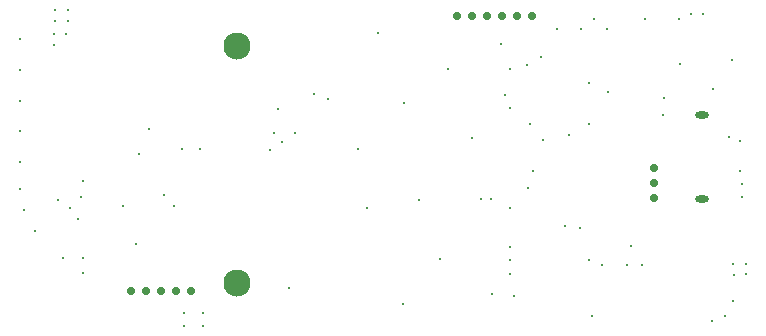
<source format=gbr>
%TF.GenerationSoftware,Altium Limited,Altium Designer,20.2.6 (244)*%
G04 Layer_Color=0*
%FSLAX45Y45*%
%MOMM*%
%TF.SameCoordinates,5B1E47F8-7F56-49C7-AB48-EE235D2752C7*%
%TF.FilePolarity,Positive*%
%TF.FileFunction,Plated,1,4,PTH,Drill*%
%TF.Part,Single*%
G01*
G75*
%TA.AperFunction,ComponentDrill*%
%ADD79C,2.30000*%
%ADD80C,0.70000*%
%ADD81C,0.70000*%
%ADD82O,1.15000X0.60000*%
%TA.AperFunction,ViaDrill,NotFilled*%
%ADD83C,0.30000*%
D79*
X2000000Y2500000D02*
D03*
Y500000D02*
D03*
D80*
X3856000Y2760000D02*
D03*
X3983000D02*
D03*
X4110000D02*
D03*
X4237000D02*
D03*
X4364000D02*
D03*
X4491000D02*
D03*
D81*
X1103000Y430000D02*
D03*
X1230000D02*
D03*
X1357000D02*
D03*
X1484000D02*
D03*
X1611000D02*
D03*
X5530000Y1213000D02*
D03*
Y1340000D02*
D03*
Y1467000D02*
D03*
D82*
X5931000Y1207500D02*
D03*
Y1922500D02*
D03*
D83*
X1460000Y1150000D02*
D03*
X4910000Y2650000D02*
D03*
X4710000D02*
D03*
X570000Y2710000D02*
D03*
X460000D02*
D03*
X570000Y2810000D02*
D03*
X460000D02*
D03*
X550000Y2600000D02*
D03*
X450000Y2510000D02*
D03*
Y2600000D02*
D03*
X6310000Y658431D02*
D03*
X6200000D02*
D03*
X6310000Y570000D02*
D03*
X6205684Y562699D02*
D03*
X3190000Y2610000D02*
D03*
X4570000Y2412500D02*
D03*
X1530000Y1630000D02*
D03*
X1680000D02*
D03*
X2340000Y1970000D02*
D03*
X4450000Y2340000D02*
D03*
X4310000Y1980000D02*
D03*
X4270000Y2090000D02*
D03*
X4230000Y2520000D02*
D03*
X4310000Y570000D02*
D03*
Y690000D02*
D03*
Y800000D02*
D03*
X4980000Y690000D02*
D03*
X5090000Y650000D02*
D03*
X5300000D02*
D03*
X5430000D02*
D03*
X6200000Y340000D02*
D03*
X6130000Y220000D02*
D03*
X6020000Y170000D02*
D03*
X6260000Y1700000D02*
D03*
Y1440000D02*
D03*
X6160000Y1730000D02*
D03*
X3410000Y2020000D02*
D03*
X3990000Y1720000D02*
D03*
X160000Y2560000D02*
D03*
Y2300000D02*
D03*
Y2040000D02*
D03*
Y1780000D02*
D03*
Y1520000D02*
D03*
Y1290000D02*
D03*
X190000Y1110000D02*
D03*
X650000Y1040000D02*
D03*
X580000Y1130000D02*
D03*
X680000Y1220000D02*
D03*
X690000Y1360000D02*
D03*
X520000Y710000D02*
D03*
X1550000Y130000D02*
D03*
X1710000D02*
D03*
Y240000D02*
D03*
X1550000D02*
D03*
X2380000Y1690000D02*
D03*
X2280000Y1620000D02*
D03*
X2310000Y1770000D02*
D03*
X4160000Y400000D02*
D03*
X3400000Y320000D02*
D03*
X6270000Y1220000D02*
D03*
Y1330000D02*
D03*
X6190000Y2380000D02*
D03*
X4980000Y1840000D02*
D03*
X4810000Y1750000D02*
D03*
X4590000Y1710000D02*
D03*
X4480000Y1840000D02*
D03*
X3780000Y2310000D02*
D03*
X3020000Y1630000D02*
D03*
X3540000Y1200000D02*
D03*
X3100000Y1130000D02*
D03*
X4060000Y1210000D02*
D03*
X4150000D02*
D03*
X690000Y580000D02*
D03*
Y710000D02*
D03*
X1030000Y1150000D02*
D03*
X290000Y940000D02*
D03*
X480000Y1200000D02*
D03*
X1140000Y830000D02*
D03*
X1380000Y1240000D02*
D03*
X1250000Y1800000D02*
D03*
X1170000Y1590000D02*
D03*
X4770000Y980000D02*
D03*
X4900000Y960000D02*
D03*
X2440000Y450000D02*
D03*
X3720000Y700000D02*
D03*
X5000000Y220000D02*
D03*
X5330000Y810000D02*
D03*
X2650000Y2100000D02*
D03*
X5140000Y2110000D02*
D03*
X4500000Y1440000D02*
D03*
X6030000Y2140000D02*
D03*
X4460000Y1300000D02*
D03*
X4340000Y390000D02*
D03*
X4310000Y1130000D02*
D03*
X5130000Y2650000D02*
D03*
X5740000Y2730000D02*
D03*
X5600000Y1920000D02*
D03*
X5610000Y2060000D02*
D03*
X4310000Y2310000D02*
D03*
X2770000Y2050000D02*
D03*
X2490000Y1770000D02*
D03*
X5020000Y2730000D02*
D03*
X5450000D02*
D03*
X5840000Y2770000D02*
D03*
X4980000Y2190000D02*
D03*
X5940000Y2770000D02*
D03*
X5750000Y2350000D02*
D03*
%TF.MD5,a003f5f4d3cc60b156b4d19c9cd217f7*%
M02*

</source>
